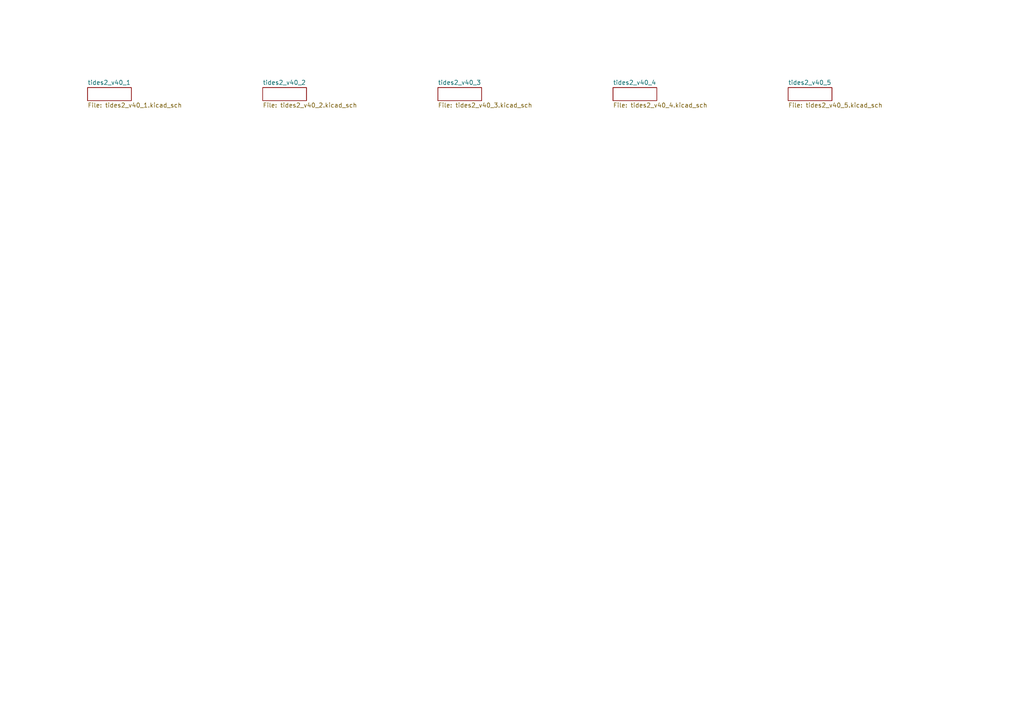
<source format=kicad_sch>
(kicad_sch (version 20211123) (generator eeschema)
  (paper "A4")
  (lib_symbols)
  (sheet (at 76.2 25.4) (size 12.7 3.81)
    (property "Sheet name" "tides2_v40_2" (at 76.2 24.6884 0) (effects (justify left bottom)))
    (property "Sheet file" "tides2_v40_2.kicad_sch" (at 76.2 29.7946 0) (effects (justify left top)))
  )
  (sheet (at 177.8 25.4) (size 12.7 3.81)
    (property "Sheet name" "tides2_v40_4" (at 177.8 24.6884 0) (effects (justify left bottom)))
    (property "Sheet file" "tides2_v40_4.kicad_sch" (at 177.8 29.7946 0) (effects (justify left top)))
  )
  (sheet (at 25.4 25.4) (size 12.7 3.81)
    (property "Sheet name" "tides2_v40_1" (at 25.4 24.6884 0) (effects (justify left bottom)))
    (property "Sheet file" "tides2_v40_1.kicad_sch" (at 25.4 29.7946 0) (effects (justify left top)))
  )
  (sheet (at 228.6 25.4) (size 12.7 3.81)
    (property "Sheet name" "tides2_v40_5" (at 228.6 24.6884 0) (effects (justify left bottom)))
    (property "Sheet file" "tides2_v40_5.kicad_sch" (at 228.6 29.7946 0) (effects (justify left top)))
  )
  (sheet (at 127 25.4) (size 12.7 3.81)
    (property "Sheet name" "tides2_v40_3" (at 127 24.6884 0) (effects (justify left bottom)))
    (property "Sheet file" "tides2_v40_3.kicad_sch" (at 127 29.7946 0) (effects (justify left top)))
  )
)
</source>
